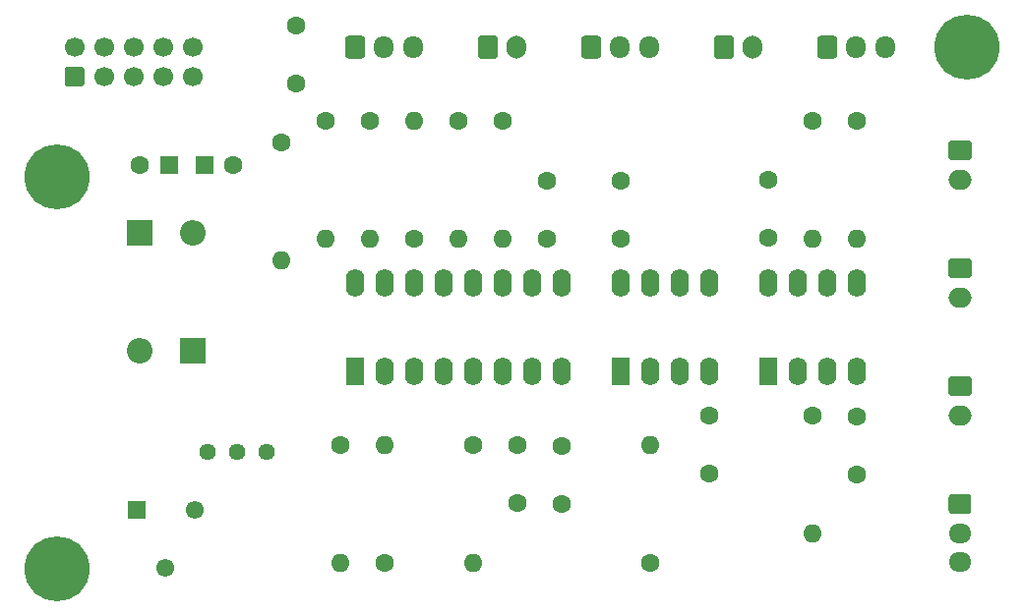
<source format=gbr>
%TF.GenerationSoftware,KiCad,Pcbnew,(5.1.9)-1*%
%TF.CreationDate,2021-01-24T16:56:43+01:00*%
%TF.ProjectId,AS3340,41533333-3430-42e6-9b69-6361645f7063,rev?*%
%TF.SameCoordinates,Original*%
%TF.FileFunction,Soldermask,Bot*%
%TF.FilePolarity,Negative*%
%FSLAX46Y46*%
G04 Gerber Fmt 4.6, Leading zero omitted, Abs format (unit mm)*
G04 Created by KiCad (PCBNEW (5.1.9)-1) date 2021-01-24 16:56:43*
%MOMM*%
%LPD*%
G01*
G04 APERTURE LIST*
%ADD10C,1.550000*%
%ADD11R,1.550000X1.550000*%
%ADD12C,1.700000*%
%ADD13C,5.600000*%
%ADD14O,1.950000X1.700000*%
%ADD15C,1.600000*%
%ADD16O,1.600000X2.400000*%
%ADD17R,1.600000X2.400000*%
%ADD18C,1.440000*%
%ADD19O,1.600000X1.600000*%
%ADD20O,1.700000X1.950000*%
%ADD21O,1.700000X2.000000*%
%ADD22O,2.000000X1.700000*%
%ADD23O,2.200000X2.200000*%
%ADD24R,2.200000X2.200000*%
%ADD25R,1.600000X1.600000*%
G04 APERTURE END LIST*
D10*
%TO.C,RV2*%
X87844000Y-86788000D03*
D11*
X85344000Y-81788000D03*
D10*
X90344000Y-81788000D03*
%TD*%
D12*
%TO.C,J901*%
X90170000Y-41910000D03*
X87630000Y-41910000D03*
X85090000Y-41910000D03*
X82550000Y-41910000D03*
X80010000Y-41910000D03*
X90170000Y-44450000D03*
X87630000Y-44450000D03*
X85090000Y-44450000D03*
X82550000Y-44450000D03*
G36*
G01*
X80610000Y-45300000D02*
X79410000Y-45300000D01*
G75*
G02*
X79160000Y-45050000I0J250000D01*
G01*
X79160000Y-43850000D01*
G75*
G02*
X79410000Y-43600000I250000J0D01*
G01*
X80610000Y-43600000D01*
G75*
G02*
X80860000Y-43850000I0J-250000D01*
G01*
X80860000Y-45050000D01*
G75*
G02*
X80610000Y-45300000I-250000J0D01*
G01*
G37*
%TD*%
D13*
%TO.C,REF\u002A\u002A*%
X156845000Y-41910000D03*
%TD*%
%TO.C,REF\u002A\u002A*%
X78486000Y-86868000D03*
%TD*%
%TO.C,REF\u002A\u002A*%
X78486000Y-53086000D03*
%TD*%
D14*
%TO.C,J301*%
X156210000Y-86280000D03*
X156210000Y-83780000D03*
G36*
G01*
X155485000Y-80430000D02*
X156935000Y-80430000D01*
G75*
G02*
X157185000Y-80680000I0J-250000D01*
G01*
X157185000Y-81880000D01*
G75*
G02*
X156935000Y-82130000I-250000J0D01*
G01*
X155485000Y-82130000D01*
G75*
G02*
X155235000Y-81880000I0J250000D01*
G01*
X155235000Y-80680000D01*
G75*
G02*
X155485000Y-80430000I250000J0D01*
G01*
G37*
%TD*%
D15*
%TO.C,C302*%
X121920000Y-81280000D03*
X121920000Y-76280000D03*
%TD*%
%TO.C,C301*%
X118110000Y-81200000D03*
X118110000Y-76200000D03*
%TD*%
D16*
%TO.C,U101*%
X139700000Y-62230000D03*
X147320000Y-69850000D03*
X142240000Y-62230000D03*
X144780000Y-69850000D03*
X144780000Y-62230000D03*
X142240000Y-69850000D03*
X147320000Y-62230000D03*
D17*
X139700000Y-69850000D03*
%TD*%
D16*
%TO.C,U2*%
X127000000Y-62230000D03*
X134620000Y-69850000D03*
X129540000Y-62230000D03*
X132080000Y-69850000D03*
X132080000Y-62230000D03*
X129540000Y-69850000D03*
X134620000Y-62230000D03*
D17*
X127000000Y-69850000D03*
%TD*%
D16*
%TO.C,U1*%
X104140000Y-62230000D03*
X121920000Y-69850000D03*
X106680000Y-62230000D03*
X119380000Y-69850000D03*
X109220000Y-62230000D03*
X116840000Y-69850000D03*
X111760000Y-62230000D03*
X114300000Y-69850000D03*
X114300000Y-62230000D03*
X111760000Y-69850000D03*
X116840000Y-62230000D03*
X109220000Y-69850000D03*
X119380000Y-62230000D03*
X106680000Y-69850000D03*
X121920000Y-62230000D03*
D17*
X104140000Y-69850000D03*
%TD*%
D18*
%TO.C,RV1*%
X91440000Y-76835000D03*
X93980000Y-76835000D03*
X96520000Y-76835000D03*
%TD*%
D19*
%TO.C,R201*%
X147320000Y-58420000D03*
D15*
X147320000Y-48260000D03*
%TD*%
D19*
%TO.C,R103*%
X114300000Y-86360000D03*
D15*
X114300000Y-76200000D03*
%TD*%
D19*
%TO.C,R102*%
X143510000Y-58420000D03*
D15*
X143510000Y-48260000D03*
%TD*%
D19*
%TO.C,R101*%
X143510000Y-83820000D03*
D15*
X143510000Y-73660000D03*
%TD*%
D19*
%TO.C,R9*%
X101600000Y-58420000D03*
D15*
X101600000Y-48260000D03*
%TD*%
D19*
%TO.C,R8*%
X105410000Y-58420000D03*
D15*
X105410000Y-48260000D03*
%TD*%
D19*
%TO.C,R7*%
X97790000Y-60325000D03*
D15*
X97790000Y-50165000D03*
%TD*%
D19*
%TO.C,R6*%
X129540000Y-76200000D03*
D15*
X129540000Y-86360000D03*
%TD*%
D19*
%TO.C,R5*%
X109220000Y-48260000D03*
D15*
X109220000Y-58420000D03*
%TD*%
D19*
%TO.C,R4*%
X116840000Y-58420000D03*
D15*
X116840000Y-48260000D03*
%TD*%
D19*
%TO.C,R3*%
X113030000Y-58420000D03*
D15*
X113030000Y-48260000D03*
%TD*%
D19*
%TO.C,R2*%
X106680000Y-76200000D03*
D15*
X106680000Y-86360000D03*
%TD*%
D19*
%TO.C,R1*%
X102870000Y-86360000D03*
D15*
X102870000Y-76200000D03*
%TD*%
D20*
%TO.C,J202*%
X149780000Y-41910000D03*
X147280000Y-41910000D03*
G36*
G01*
X143930000Y-42635000D02*
X143930000Y-41185000D01*
G75*
G02*
X144180000Y-40935000I250000J0D01*
G01*
X145380000Y-40935000D01*
G75*
G02*
X145630000Y-41185000I0J-250000D01*
G01*
X145630000Y-42635000D01*
G75*
G02*
X145380000Y-42885000I-250000J0D01*
G01*
X144180000Y-42885000D01*
G75*
G02*
X143930000Y-42635000I0J250000D01*
G01*
G37*
%TD*%
D21*
%TO.C,J201*%
X138390000Y-41910000D03*
G36*
G01*
X135040000Y-42660000D02*
X135040000Y-41160000D01*
G75*
G02*
X135290000Y-40910000I250000J0D01*
G01*
X136490000Y-40910000D01*
G75*
G02*
X136740000Y-41160000I0J-250000D01*
G01*
X136740000Y-42660000D01*
G75*
G02*
X136490000Y-42910000I-250000J0D01*
G01*
X135290000Y-42910000D01*
G75*
G02*
X135040000Y-42660000I0J250000D01*
G01*
G37*
%TD*%
D20*
%TO.C,J102*%
X129460000Y-41910000D03*
X126960000Y-41910000D03*
G36*
G01*
X123610000Y-42635000D02*
X123610000Y-41185000D01*
G75*
G02*
X123860000Y-40935000I250000J0D01*
G01*
X125060000Y-40935000D01*
G75*
G02*
X125310000Y-41185000I0J-250000D01*
G01*
X125310000Y-42635000D01*
G75*
G02*
X125060000Y-42885000I-250000J0D01*
G01*
X123860000Y-42885000D01*
G75*
G02*
X123610000Y-42635000I0J250000D01*
G01*
G37*
%TD*%
D22*
%TO.C,J101*%
X156210000Y-73620000D03*
G36*
G01*
X155460000Y-70270000D02*
X156960000Y-70270000D01*
G75*
G02*
X157210000Y-70520000I0J-250000D01*
G01*
X157210000Y-71720000D01*
G75*
G02*
X156960000Y-71970000I-250000J0D01*
G01*
X155460000Y-71970000D01*
G75*
G02*
X155210000Y-71720000I0J250000D01*
G01*
X155210000Y-70520000D01*
G75*
G02*
X155460000Y-70270000I250000J0D01*
G01*
G37*
%TD*%
D20*
%TO.C,J4*%
X109140000Y-41910000D03*
X106640000Y-41910000D03*
G36*
G01*
X103290000Y-42635000D02*
X103290000Y-41185000D01*
G75*
G02*
X103540000Y-40935000I250000J0D01*
G01*
X104740000Y-40935000D01*
G75*
G02*
X104990000Y-41185000I0J-250000D01*
G01*
X104990000Y-42635000D01*
G75*
G02*
X104740000Y-42885000I-250000J0D01*
G01*
X103540000Y-42885000D01*
G75*
G02*
X103290000Y-42635000I0J250000D01*
G01*
G37*
%TD*%
D21*
%TO.C,J3*%
X118070000Y-41910000D03*
G36*
G01*
X114720000Y-42660000D02*
X114720000Y-41160000D01*
G75*
G02*
X114970000Y-40910000I250000J0D01*
G01*
X116170000Y-40910000D01*
G75*
G02*
X116420000Y-41160000I0J-250000D01*
G01*
X116420000Y-42660000D01*
G75*
G02*
X116170000Y-42910000I-250000J0D01*
G01*
X114970000Y-42910000D01*
G75*
G02*
X114720000Y-42660000I0J250000D01*
G01*
G37*
%TD*%
D22*
%TO.C,J2*%
X156210000Y-53300000D03*
G36*
G01*
X155460000Y-49950000D02*
X156960000Y-49950000D01*
G75*
G02*
X157210000Y-50200000I0J-250000D01*
G01*
X157210000Y-51400000D01*
G75*
G02*
X156960000Y-51650000I-250000J0D01*
G01*
X155460000Y-51650000D01*
G75*
G02*
X155210000Y-51400000I0J250000D01*
G01*
X155210000Y-50200000D01*
G75*
G02*
X155460000Y-49950000I250000J0D01*
G01*
G37*
%TD*%
%TO.C,J1*%
X156210000Y-63460000D03*
G36*
G01*
X155460000Y-60110000D02*
X156960000Y-60110000D01*
G75*
G02*
X157210000Y-60360000I0J-250000D01*
G01*
X157210000Y-61560000D01*
G75*
G02*
X156960000Y-61810000I-250000J0D01*
G01*
X155460000Y-61810000D01*
G75*
G02*
X155210000Y-61560000I0J250000D01*
G01*
X155210000Y-60360000D01*
G75*
G02*
X155460000Y-60110000I250000J0D01*
G01*
G37*
%TD*%
D23*
%TO.C,D902*%
X85598000Y-68072000D03*
D24*
X85598000Y-57912000D03*
%TD*%
D23*
%TO.C,D901*%
X90170000Y-57912000D03*
D24*
X90170000Y-68072000D03*
%TD*%
D15*
%TO.C,C902*%
X85638000Y-52070000D03*
D25*
X88138000Y-52070000D03*
%TD*%
D15*
%TO.C,C901*%
X93686000Y-52070000D03*
D25*
X91186000Y-52070000D03*
%TD*%
D15*
%TO.C,C102*%
X147320000Y-73740000D03*
X147320000Y-78740000D03*
%TD*%
%TO.C,C101*%
X139700000Y-58340000D03*
X139700000Y-53340000D03*
%TD*%
%TO.C,C4*%
X134620000Y-73660000D03*
X134620000Y-78660000D03*
%TD*%
%TO.C,C3*%
X127000000Y-58420000D03*
X127000000Y-53420000D03*
%TD*%
%TO.C,C2*%
X120650000Y-53420000D03*
X120650000Y-58420000D03*
%TD*%
%TO.C,C1*%
X99060000Y-40085000D03*
X99060000Y-45085000D03*
%TD*%
M02*

</source>
